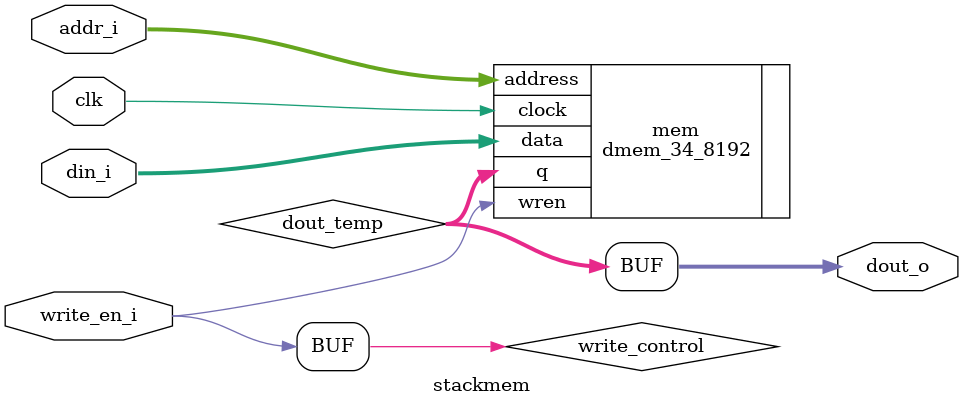
<source format=sv>
`timescale 1ns / 1ps

// Data Memory Module
//
// parameters:
// 	A_WIDTH: SRAM address width
// 	D_WIDTH: data width

module stackmem#(parameter IA_WIDTH = 13, D_WIDTH = 34)
(
    
	input  clk,
	input  write_en_i,
	input  [IA_WIDTH-1 : 0] addr_i,
	input  [D_WIDTH-1 : 0] din_i,
	output [D_WIDTH-1 : 0] dout_o

);

logic [D_WIDTH-1 : 0] dout_temp;
logic write_control;


assign write_control = write_en_i;
assign dout_o = dout_temp;

dmem_34_8192 mem 
(
	.address(addr_i), // Bus [12 : 0] 
	.clock(clk),
	.data(din_i), // Bus [33 : 0] 
	.wren(write_control),
	.q(dout_temp) 
); 


endmodule
</source>
